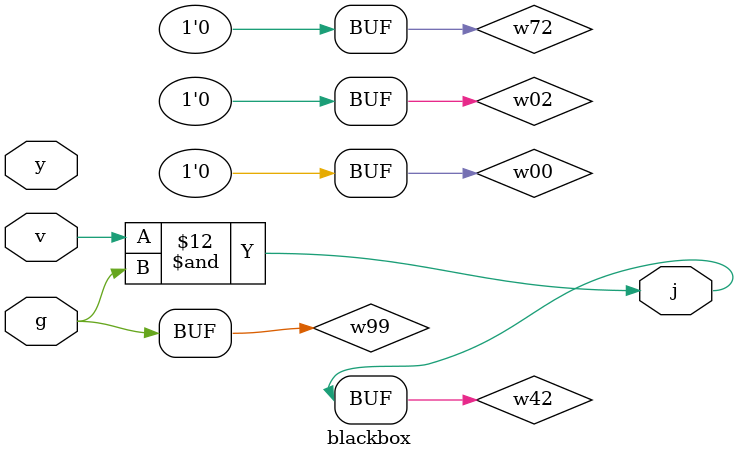
<source format=v>
module blackbox(j, g, v, y);
    output j;
    input  g, v, y;
    wire   w00, w01, w02, w03, w08, w10, w19, w24, w31, w32, w42, w64, w65, w66, w72, w75, w76, w80, w92, w99;

    or  o23(j, w42, w72, w02);
    and a61(w72, w76, w92);
    not n98(w92, w76);
    and a18(w02, w66, w19);
    not n83(w66, w19);
    and a7(w76, w03, w31);
    not n5(w03, y);
    or  o96(w31, g, w65);
    and a4(w65, v, w24);
    not n30(w24, g);
    or  o91(w19, w75, w80);
    and a16(w75, w64, w32);
    not n11(w64, v);
    not n21(w32, y);
    and a79(w80, w01, v, w08);
    not n56(w01, g);
    not n85(w08, y);
    and a49(w42, v, w99);
    or  o81(w99, g, w00);
    and a14(w00, y, w10);
    not n13(w10, y);

endmodule // blackbox

</source>
